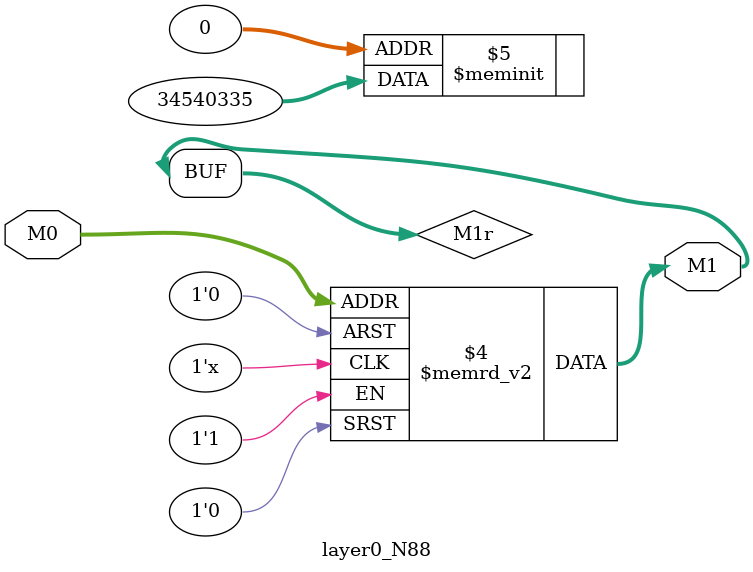
<source format=v>
module layer0_N88 ( input [3:0] M0, output [1:0] M1 );

	(*rom_style = "distributed" *) reg [1:0] M1r;
	assign M1 = M1r;
	always @ (M0) begin
		case (M0)
			4'b0000: M1r = 2'b11;
			4'b1000: M1r = 2'b11;
			4'b0100: M1r = 2'b11;
			4'b1100: M1r = 2'b10;
			4'b0010: M1r = 2'b10;
			4'b1010: M1r = 2'b00;
			4'b0110: M1r = 2'b00;
			4'b1110: M1r = 2'b00;
			4'b0001: M1r = 2'b11;
			4'b1001: M1r = 2'b11;
			4'b0101: M1r = 2'b10;
			4'b1101: M1r = 2'b00;
			4'b0011: M1r = 2'b00;
			4'b1011: M1r = 2'b00;
			4'b0111: M1r = 2'b00;
			4'b1111: M1r = 2'b00;

		endcase
	end
endmodule

</source>
